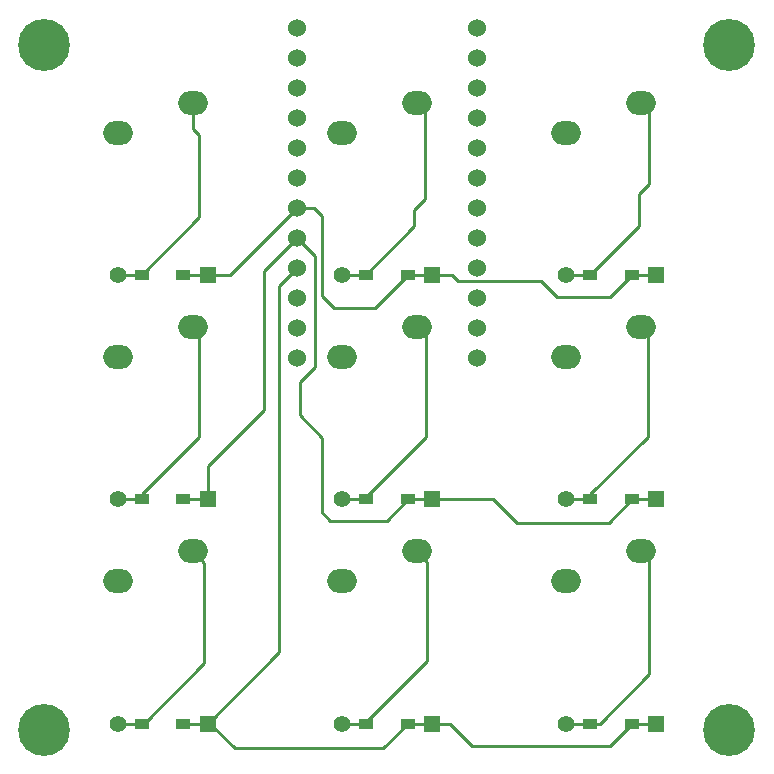
<source format=gbr>
%TF.GenerationSoftware,KiCad,Pcbnew,5.1.6-1.fc32*%
%TF.CreationDate,2020-07-09T19:21:21-05:00*%
%TF.ProjectId,source_pad,736f7572-6365-45f7-9061-642e6b696361,rev?*%
%TF.SameCoordinates,Original*%
%TF.FileFunction,Copper,L2,Bot*%
%TF.FilePolarity,Positive*%
%FSLAX46Y46*%
G04 Gerber Fmt 4.6, Leading zero omitted, Abs format (unit mm)*
G04 Created by KiCad (PCBNEW 5.1.6-1.fc32) date 2020-07-09 19:21:21*
%MOMM*%
%LPD*%
G01*
G04 APERTURE LIST*
%TA.AperFunction,ComponentPad*%
%ADD10O,2.500000X2.000000*%
%TD*%
%TA.AperFunction,ComponentPad*%
%ADD11C,0.700000*%
%TD*%
%TA.AperFunction,ComponentPad*%
%ADD12C,4.400000*%
%TD*%
%TA.AperFunction,SMDPad,CuDef*%
%ADD13R,1.300000X0.950000*%
%TD*%
%TA.AperFunction,ComponentPad*%
%ADD14C,1.397000*%
%TD*%
%TA.AperFunction,ComponentPad*%
%ADD15R,1.397000X1.397000*%
%TD*%
%TA.AperFunction,ComponentPad*%
%ADD16C,1.524000*%
%TD*%
%TA.AperFunction,Conductor*%
%ADD17C,0.250000*%
%TD*%
G04 APERTURE END LIST*
D10*
%TO.P,SW6,2*%
%TO.N,Net-(D6-Pad2)*%
X121540000Y-132920000D03*
%TO.P,SW6,1*%
%TO.N,col1*%
X115190000Y-135460000D03*
%TD*%
D11*
%TO.P,REF\u002A\u002A,1*%
%TO.N,N/C*%
X91166726Y-146833274D03*
X90000000Y-146350000D03*
X88833274Y-146833274D03*
X88350000Y-148000000D03*
X88833274Y-149166726D03*
X90000000Y-149650000D03*
X91166726Y-149166726D03*
X91650000Y-148000000D03*
D12*
X90000000Y-148000000D03*
%TD*%
D11*
%TO.P,REF\u002A\u002A,1*%
%TO.N,N/C*%
X149166726Y-146833274D03*
X148000000Y-146350000D03*
X146833274Y-146833274D03*
X146350000Y-148000000D03*
X146833274Y-149166726D03*
X148000000Y-149650000D03*
X149166726Y-149166726D03*
X149650000Y-148000000D03*
D12*
X148000000Y-148000000D03*
%TD*%
D11*
%TO.P,REF\u002A\u002A,1*%
%TO.N,N/C*%
X149166726Y-88833274D03*
X148000000Y-88350000D03*
X146833274Y-88833274D03*
X146350000Y-90000000D03*
X146833274Y-91166726D03*
X148000000Y-91650000D03*
X149166726Y-91166726D03*
X149650000Y-90000000D03*
D12*
X148000000Y-90000000D03*
%TD*%
D11*
%TO.P,REF\u002A\u002A,1*%
%TO.N,N/C*%
X91166726Y-88833274D03*
X90000000Y-88350000D03*
X88833274Y-88833274D03*
X88350000Y-90000000D03*
X88833274Y-91166726D03*
X90000000Y-91650000D03*
X91166726Y-91166726D03*
X91650000Y-90000000D03*
D12*
X90000000Y-90000000D03*
%TD*%
D10*
%TO.P,SW1,1*%
%TO.N,col0*%
X96190000Y-97460000D03*
%TO.P,SW1,2*%
%TO.N,Net-(D1-Pad2)*%
X102540000Y-94920000D03*
%TD*%
%TO.P,SW2,2*%
%TO.N,Net-(D2-Pad2)*%
X102540000Y-113920000D03*
%TO.P,SW2,1*%
%TO.N,col0*%
X96190000Y-116460000D03*
%TD*%
%TO.P,SW3,2*%
%TO.N,Net-(D3-Pad2)*%
X102540000Y-132920000D03*
%TO.P,SW3,1*%
%TO.N,col0*%
X96190000Y-135460000D03*
%TD*%
%TO.P,SW4,1*%
%TO.N,col1*%
X115190000Y-97460000D03*
%TO.P,SW4,2*%
%TO.N,Net-(D4-Pad2)*%
X121540000Y-94920000D03*
%TD*%
%TO.P,SW5,2*%
%TO.N,Net-(D5-Pad2)*%
X121540000Y-113920000D03*
%TO.P,SW5,1*%
%TO.N,col1*%
X115190000Y-116460000D03*
%TD*%
%TO.P,SW7,2*%
%TO.N,Net-(D7-Pad2)*%
X140540000Y-94920000D03*
%TO.P,SW7,1*%
%TO.N,col2*%
X134190000Y-97460000D03*
%TD*%
%TO.P,SW8,1*%
%TO.N,col2*%
X134190000Y-116460000D03*
%TO.P,SW8,2*%
%TO.N,Net-(D8-Pad2)*%
X140540000Y-113920000D03*
%TD*%
%TO.P,SW9,1*%
%TO.N,col2*%
X134190000Y-135460000D03*
%TO.P,SW9,2*%
%TO.N,Net-(D9-Pad2)*%
X140540000Y-132920000D03*
%TD*%
D13*
%TO.P,D1,2*%
%TO.N,Net-(D1-Pad2)*%
X98225000Y-109500000D03*
D14*
X96190000Y-109500000D03*
D15*
%TO.P,D1,1*%
%TO.N,row0*%
X103810000Y-109500000D03*
D13*
X101775000Y-109500000D03*
%TD*%
%TO.P,D2,2*%
%TO.N,Net-(D2-Pad2)*%
X98225000Y-128500000D03*
D14*
X96190000Y-128500000D03*
D15*
%TO.P,D2,1*%
%TO.N,row1*%
X103810000Y-128500000D03*
D13*
X101775000Y-128500000D03*
%TD*%
%TO.P,D3,1*%
%TO.N,row2*%
X101775000Y-147500000D03*
D15*
X103810000Y-147500000D03*
D14*
%TO.P,D3,2*%
%TO.N,Net-(D3-Pad2)*%
X96190000Y-147500000D03*
D13*
X98225000Y-147500000D03*
%TD*%
%TO.P,D4,1*%
%TO.N,row0*%
X120775000Y-109500000D03*
D15*
X122810000Y-109500000D03*
D14*
%TO.P,D4,2*%
%TO.N,Net-(D4-Pad2)*%
X115190000Y-109500000D03*
D13*
X117225000Y-109500000D03*
%TD*%
%TO.P,D5,1*%
%TO.N,row1*%
X120775000Y-128500000D03*
D15*
X122810000Y-128500000D03*
D14*
%TO.P,D5,2*%
%TO.N,Net-(D5-Pad2)*%
X115190000Y-128500000D03*
D13*
X117225000Y-128500000D03*
%TD*%
%TO.P,D6,2*%
%TO.N,Net-(D6-Pad2)*%
X117225000Y-147500000D03*
D14*
X115190000Y-147500000D03*
D15*
%TO.P,D6,1*%
%TO.N,row2*%
X122810000Y-147500000D03*
D13*
X120775000Y-147500000D03*
%TD*%
%TO.P,D7,2*%
%TO.N,Net-(D7-Pad2)*%
X136225000Y-109500000D03*
D14*
X134190000Y-109500000D03*
D15*
%TO.P,D7,1*%
%TO.N,row0*%
X141810000Y-109500000D03*
D13*
X139775000Y-109500000D03*
%TD*%
%TO.P,D8,1*%
%TO.N,row1*%
X139775000Y-128500000D03*
D15*
X141810000Y-128500000D03*
D14*
%TO.P,D8,2*%
%TO.N,Net-(D8-Pad2)*%
X134190000Y-128500000D03*
D13*
X136225000Y-128500000D03*
%TD*%
%TO.P,D9,1*%
%TO.N,row2*%
X139775000Y-147500000D03*
D15*
X141810000Y-147500000D03*
D14*
%TO.P,D9,2*%
%TO.N,Net-(D9-Pad2)*%
X134190000Y-147500000D03*
D13*
X136225000Y-147500000D03*
%TD*%
D16*
%TO.P,U1,1*%
%TO.N,Net-(U1-Pad1)*%
X111388600Y-88622000D03*
%TO.P,U1,2*%
%TO.N,Net-(U1-Pad2)*%
X111388600Y-91162000D03*
%TO.P,U1,3*%
%TO.N,Net-(U1-Pad3)*%
X111388600Y-93702000D03*
%TO.P,U1,4*%
%TO.N,Net-(U1-Pad4)*%
X111388600Y-96242000D03*
%TO.P,U1,5*%
%TO.N,Net-(U1-Pad5)*%
X111388600Y-98782000D03*
%TO.P,U1,6*%
%TO.N,Net-(U1-Pad6)*%
X111388600Y-101322000D03*
%TO.P,U1,7*%
%TO.N,row0*%
X111388600Y-103862000D03*
%TO.P,U1,8*%
%TO.N,row1*%
X111388600Y-106402000D03*
%TO.P,U1,9*%
%TO.N,row2*%
X111388600Y-108942000D03*
%TO.P,U1,10*%
%TO.N,Net-(U1-Pad10)*%
X111388600Y-111482000D03*
%TO.P,U1,11*%
%TO.N,Net-(U1-Pad11)*%
X111388600Y-114022000D03*
%TO.P,U1,12*%
%TO.N,Net-(U1-Pad12)*%
X111388600Y-116562000D03*
%TO.P,U1,13*%
%TO.N,Net-(U1-Pad13)*%
X126608600Y-116562000D03*
%TO.P,U1,14*%
%TO.N,Net-(U1-Pad14)*%
X126608600Y-114022000D03*
%TO.P,U1,15*%
%TO.N,Net-(U1-Pad15)*%
X126608600Y-111482000D03*
%TO.P,U1,16*%
%TO.N,Net-(U1-Pad16)*%
X126608600Y-108942000D03*
%TO.P,U1,17*%
%TO.N,Net-(U1-Pad17)*%
X126608600Y-106402000D03*
%TO.P,U1,18*%
%TO.N,col2*%
X126608600Y-103862000D03*
%TO.P,U1,19*%
%TO.N,col1*%
X126608600Y-101322000D03*
%TO.P,U1,20*%
%TO.N,col0*%
X126608600Y-98782000D03*
%TO.P,U1,21*%
%TO.N,Net-(U1-Pad21)*%
X126608600Y-96242000D03*
%TO.P,U1,22*%
%TO.N,Net-(U1-Pad22)*%
X126608600Y-93702000D03*
%TO.P,U1,23*%
%TO.N,Net-(U1-Pad23)*%
X126608600Y-91162000D03*
%TO.P,U1,24*%
%TO.N,Net-(U1-Pad24)*%
X126608600Y-88622000D03*
%TD*%
D17*
%TO.N,Net-(D1-Pad2)*%
X96190000Y-109500000D02*
X98225000Y-109500000D01*
X102540000Y-94920000D02*
X102540000Y-97140000D01*
X102540000Y-97140000D02*
X103100000Y-97700000D01*
X103100000Y-104625000D02*
X98225000Y-109500000D01*
X103100000Y-97700000D02*
X103100000Y-104625000D01*
%TO.N,row0*%
X101775000Y-109500000D02*
X103810000Y-109500000D01*
X105750600Y-109500000D02*
X111388600Y-103862000D01*
X103810000Y-109500000D02*
X105750600Y-109500000D01*
X111388600Y-103862000D02*
X112862000Y-103862000D01*
X112862000Y-103862000D02*
X113500000Y-104500000D01*
X113500000Y-104500000D02*
X113500000Y-111300000D01*
X113500000Y-111300000D02*
X114500000Y-112300000D01*
X117975000Y-112300000D02*
X120775000Y-109500000D01*
X114500000Y-112300000D02*
X117975000Y-112300000D01*
X120775000Y-109500000D02*
X122810000Y-109500000D01*
X122810000Y-109500000D02*
X124500000Y-109500000D01*
X125029001Y-110029001D02*
X132029001Y-110029001D01*
X124500000Y-109500000D02*
X125029001Y-110029001D01*
X132029001Y-110029001D02*
X133400000Y-111400000D01*
X137875000Y-111400000D02*
X139775000Y-109500000D01*
X133400000Y-111400000D02*
X137875000Y-111400000D01*
X139775000Y-109500000D02*
X141810000Y-109500000D01*
%TO.N,Net-(D2-Pad2)*%
X96190000Y-128500000D02*
X98225000Y-128500000D01*
X98225000Y-128500000D02*
X98225000Y-128075000D01*
X98225000Y-128075000D02*
X103100000Y-123200000D01*
X103100000Y-114480000D02*
X102540000Y-113920000D01*
X103100000Y-123200000D02*
X103100000Y-114480000D01*
%TO.N,row1*%
X101775000Y-128500000D02*
X103810000Y-128500000D01*
X103810000Y-128500000D02*
X103810000Y-125690000D01*
X103810000Y-125690000D02*
X108600000Y-120900000D01*
X108600000Y-109190600D02*
X111388600Y-106402000D01*
X108600000Y-120900000D02*
X108600000Y-109190600D01*
X103810000Y-128500000D02*
X104100000Y-128500000D01*
X120775000Y-128500000D02*
X122810000Y-128500000D01*
X122810000Y-128500000D02*
X128000000Y-128500000D01*
X128000000Y-128500000D02*
X130000000Y-130500000D01*
X137775000Y-130500000D02*
X139775000Y-128500000D01*
X130000000Y-130500000D02*
X137775000Y-130500000D01*
X139775000Y-128500000D02*
X141810000Y-128500000D01*
X113500000Y-123300000D02*
X113500000Y-129600000D01*
X111600000Y-121400000D02*
X113500000Y-123300000D01*
X111600000Y-118600000D02*
X111600000Y-121400000D01*
X118975000Y-130300000D02*
X120775000Y-128500000D01*
X112887999Y-117312001D02*
X111600000Y-118600000D01*
X113500000Y-129600000D02*
X114200000Y-130300000D01*
X112887999Y-107901399D02*
X112887999Y-117312001D01*
X114200000Y-130300000D02*
X118975000Y-130300000D01*
X111388600Y-106402000D02*
X112887999Y-107901399D01*
%TO.N,row2*%
X101775000Y-147500000D02*
X103810000Y-147500000D01*
X103810000Y-147500000D02*
X104000000Y-147500000D01*
X104000000Y-147500000D02*
X106100000Y-149600000D01*
X118675000Y-149600000D02*
X120775000Y-147500000D01*
X106100000Y-149600000D02*
X118675000Y-149600000D01*
X120775000Y-147500000D02*
X122810000Y-147500000D01*
X122810000Y-147500000D02*
X124300000Y-147500000D01*
X124300000Y-147500000D02*
X126200000Y-149400000D01*
X137875000Y-149400000D02*
X139775000Y-147500000D01*
X126200000Y-149400000D02*
X137875000Y-149400000D01*
X139775000Y-147500000D02*
X141810000Y-147500000D01*
X103810000Y-147500000D02*
X109900000Y-141410000D01*
X109900000Y-110430600D02*
X111388600Y-108942000D01*
X109900000Y-141410000D02*
X109900000Y-110430600D01*
%TO.N,Net-(D3-Pad2)*%
X96190000Y-147500000D02*
X98225000Y-147500000D01*
X98225000Y-147500000D02*
X98400000Y-147500000D01*
X98400000Y-147500000D02*
X103500000Y-142400000D01*
X103500000Y-133880000D02*
X102540000Y-132920000D01*
X103500000Y-142400000D02*
X103500000Y-133880000D01*
%TO.N,Net-(D4-Pad2)*%
X115190000Y-109500000D02*
X117225000Y-109500000D01*
X121325001Y-105399999D02*
X121325001Y-103974999D01*
X117225000Y-109500000D02*
X121325001Y-105399999D01*
X121325001Y-103974999D02*
X122200000Y-103100000D01*
X122200000Y-95580000D02*
X121540000Y-94920000D01*
X122200000Y-103100000D02*
X122200000Y-95580000D01*
%TO.N,Net-(D5-Pad2)*%
X115190000Y-128500000D02*
X117225000Y-128500000D01*
X117225000Y-128500000D02*
X117225000Y-128275000D01*
X117225000Y-128275000D02*
X122300000Y-123200000D01*
X122300000Y-114680000D02*
X121540000Y-113920000D01*
X122300000Y-123200000D02*
X122300000Y-114680000D01*
%TO.N,Net-(D6-Pad2)*%
X115190000Y-147500000D02*
X117225000Y-147500000D01*
X117225000Y-147500000D02*
X117225000Y-147375000D01*
X117225000Y-147375000D02*
X122400000Y-142200000D01*
X122400000Y-133780000D02*
X121540000Y-132920000D01*
X122400000Y-142200000D02*
X122400000Y-133780000D01*
%TO.N,Net-(D7-Pad2)*%
X134190000Y-109500000D02*
X136225000Y-109500000D01*
X140325001Y-105399999D02*
X140325001Y-102674999D01*
X136225000Y-109500000D02*
X140325001Y-105399999D01*
X140325001Y-102674999D02*
X141200000Y-101800000D01*
X141200000Y-95580000D02*
X140540000Y-94920000D01*
X141200000Y-101800000D02*
X141200000Y-95580000D01*
%TO.N,Net-(D8-Pad2)*%
X136225000Y-128500000D02*
X136225000Y-128075000D01*
X136225000Y-128075000D02*
X141100000Y-123200000D01*
X141100000Y-114480000D02*
X140540000Y-113920000D01*
X141100000Y-123200000D02*
X141100000Y-114480000D01*
X134190000Y-128500000D02*
X136225000Y-128500000D01*
%TO.N,Net-(D9-Pad2)*%
X134190000Y-147500000D02*
X136225000Y-147500000D01*
X136225000Y-147500000D02*
X136225000Y-147375000D01*
X136225000Y-147500000D02*
X137000000Y-147500000D01*
X137000000Y-147500000D02*
X141200000Y-143300000D01*
X141200000Y-133580000D02*
X140540000Y-132920000D01*
X141200000Y-143300000D02*
X141200000Y-133580000D01*
%TD*%
M02*

</source>
